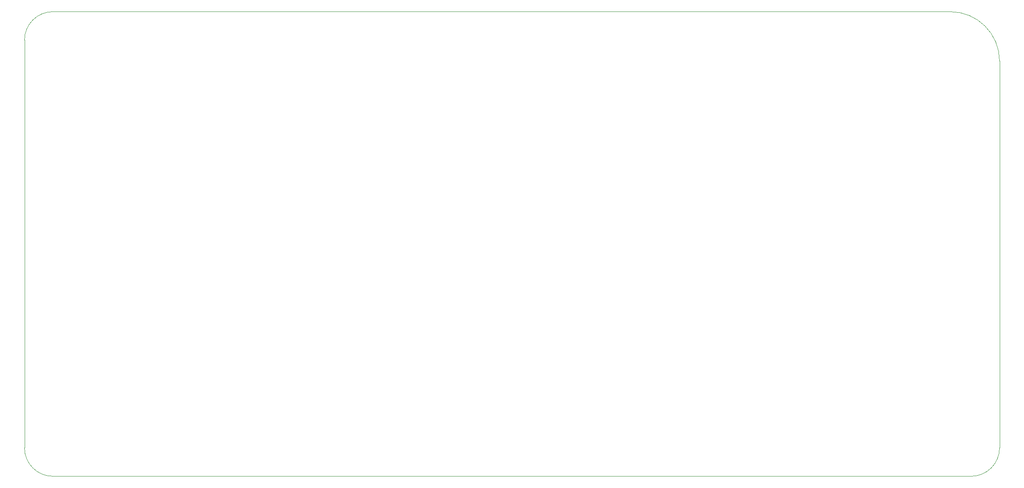
<source format=gbr>
%TF.GenerationSoftware,KiCad,Pcbnew,5.1.6-c6e7f7d~87~ubuntu18.04.1*%
%TF.CreationDate,2020-10-23T09:17:53+08:00*%
%TF.ProjectId,filter_dev_board_v1.0,66696c74-6572-45f6-9465-765f626f6172,rev?*%
%TF.SameCoordinates,Original*%
%TF.FileFunction,Profile,NP*%
%FSLAX46Y46*%
G04 Gerber Fmt 4.6, Leading zero omitted, Abs format (unit mm)*
G04 Created by KiCad (PCBNEW 5.1.6-c6e7f7d~87~ubuntu18.04.1) date 2020-10-23 09:17:53*
%MOMM*%
%LPD*%
G01*
G04 APERTURE LIST*
%TA.AperFunction,Profile*%
%ADD10C,0.050000*%
%TD*%
G04 APERTURE END LIST*
D10*
X18034000Y-74422000D02*
G75*
G02*
X23876000Y-68580000I5842000J0D01*
G01*
X23876000Y-164338000D02*
G75*
G02*
X18034000Y-158496000I0J5842000D01*
G01*
X18034000Y-74422000D02*
X18034000Y-158496000D01*
X208534000Y-68580000D02*
G75*
G02*
X218694000Y-78740000I0J-10160000D01*
G01*
X218694000Y-158496000D02*
G75*
G02*
X212852000Y-164338000I-5842000J0D01*
G01*
X212852000Y-164338000D02*
X23876000Y-164338000D01*
X218694000Y-78740000D02*
X218694000Y-158496000D01*
X23876000Y-68580000D02*
X208534000Y-68580000D01*
M02*

</source>
